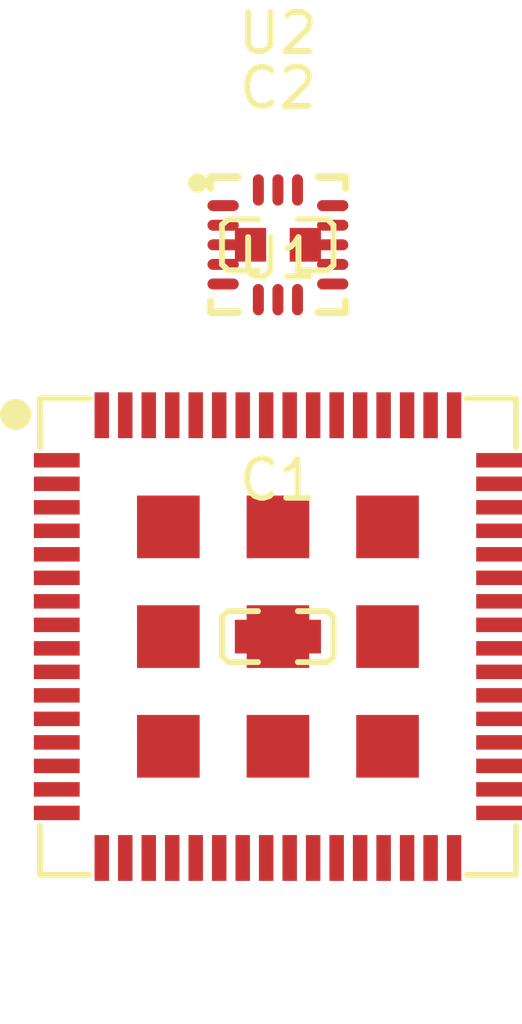
<source format=kicad_pcb>
(kicad_pcb (version 20241229) (generator "atopile") (generator_version "0.12.4")
  (layers (0 "F.Cu" signal) (31 "B.Cu" signal) (34 "B.Paste" user) (35 "F.Paste" user) (36 "B.SilkS" user "B.Silkscreen") (37 "F.SilkS" user "F.Silkscreen") (38 "B.Mask" user) (39 "F.Mask" user) (44 "Edge.Cuts" user))
  (net 0 "")
  (net 1 "PC4")
  (net 2 "PB9")
  (net 4 "PA5")
  (net 7 "INT2")
  (net 8 "PA3_UART2_RX")
  (net 9 "PB8")
  (net 10 "PA14")
  (net 11 "PC13")
  (net 12 "SDO_SA0")
  (net 13 "ADC3")
  (net 14 "blah-net-5")
  (net 15 "PA2_UART2_TX")
  (net 16 "INT1")
  (net 17 "VLXSMPS")
  (net 18 "PC6")
  (net 20 "PC3")
  (net 21 "PA4")
  (net 22 "PA13")
  (net 23 "PB4")
  (net 24 "VDDMPS")
  (net 26 "VBAT")
  (net 27 "ADC2")
  (net 28 "VREFpos")
  (net 29 "PC0")
  (net 31 "blah-net-4")
  (net 32 "PB3")
  (net 33 "CS")
  (net 34 "VFBSMPS")
  (net 35 "RES")
  (net 36 "PB5")
  (net 37 "PC5")
  (net 38 "PC1")
  (net 39 "ADC1")
  (net 40 "PB15")
  (net 5 "PA12")
  (net 6 "i2c_sda")
  (net 41 "PA9")
  (net 42 "PA6")
  (net 43 "blah-net-1")
  (net 44 "PB13")
  (net 45 "BOOT0")
  (net 46 "PA10")
  (net 47 "gnd")
  (net 48 "blah-net-3")
  (net 49 "blah-net-2")
  (net 50 "PB1")
  (net 51 "PA8")
  (net 52 "PA7")
  (net 53 "PB7_UART1_RX")
  (net 54 "PB10")
  (net 55 "PB14")
  (net 56 "i2c_scl")
  (net 57 "NRST")
  (net 58 "PB12")
  (net 59 "PA11")
  (net 60 "PB11")
  (net 61 "PB2")
  (net 62 "vcc")
  (net 63 "RF_OUT")
  (net 64 "PC2")
  (net 65 "blah-net-0")
  (footprint "FH_CBG160808U820T:L0603" (layer "F.Cu") (at 0 0 0)
    (property "Reference" "C1" (at 0 -4 0) (layer "F.SilkS") (hide no))
    (property "Value" "")
    (fp_line (start -1.27 0.65) (end -1.43 0.5) (stroke (width 0.15)) (layer "F.SilkS"))
    (fp_line (start -1.43 0.5) (end -1.43 -0.51) (stroke (width 0.15)) (layer "F.SilkS"))
    (fp_line (start -1.43 -0.51) (end -1.27 -0.65) (stroke (width 0.15)) (layer "F.SilkS"))
    (fp_line (start 1.27 -0.65) (end 1.42 -0.5) (stroke (width 0.15)) (layer "F.SilkS"))
    (fp_line (start 1.42 -0.5) (end 1.42 0.52) (stroke (width 0.15)) (layer "F.SilkS"))
    (fp_line (start 1.42 0.52) (end 1.27 0.65) (stroke (width 0.15)) (layer "F.SilkS"))
    (fp_line (start -1.28 -0.65) (end -0.51 -0.65) (stroke (width 0.15)) (layer "F.SilkS"))
    (fp_line (start 1.27 0.65) (end 0.51 0.65) (stroke (width 0.15)) (layer "F.SilkS"))
    (fp_line (start -1.28 0.65) (end -0.51 0.65) (stroke (width 0.15)) (layer "F.SilkS"))
    (fp_line (start 1.27 -0.65) (end 0.51 -0.65) (stroke (width 0.15)) (layer "F.SilkS"))
    (fp_text user "${REFERENCE}" (at 0 -4 0) (layer "F.SilkS"))
    (pad "1" smd rect (at -0.7 0 180) (size 0.8 0.86) (layers "F.Cu" "F.Paste" "F.Mask") (net 62 "vcc"))
    (pad "2" smd rect (at 0.7 0 180) (size 0.8 0.86) (layers "F.Cu" "F.Paste" "F.Mask") (net 47 "gnd"))
  )
  (footprint "FH_CBG160808U820T:L0603" (layer "F.Cu") (at 0 -10 0)
    (property "Reference" "C2" (at 0 -4 0) (layer "F.SilkS") (hide no))
    (property "Value" "")
    (fp_line (start -1.27 0.65) (end -1.43 0.5) (stroke (width 0.15)) (layer "F.SilkS"))
    (fp_line (start -1.43 0.5) (end -1.43 -0.51) (stroke (width 0.15)) (layer "F.SilkS"))
    (fp_line (start -1.43 -0.51) (end -1.27 -0.65) (stroke (width 0.15)) (layer "F.SilkS"))
    (fp_line (start 1.27 -0.65) (end 1.42 -0.5) (stroke (width 0.15)) (layer "F.SilkS"))
    (fp_line (start 1.42 -0.5) (end 1.42 0.52) (stroke (width 0.15)) (layer "F.SilkS"))
    (fp_line (start 1.42 0.52) (end 1.27 0.65) (stroke (width 0.15)) (layer "F.SilkS"))
    (fp_line (start -1.28 -0.65) (end -0.51 -0.65) (stroke (width 0.15)) (layer "F.SilkS"))
    (fp_line (start 1.27 0.65) (end 0.51 0.65) (stroke (width 0.15)) (layer "F.SilkS"))
    (fp_line (start -1.28 0.65) (end -0.51 0.65) (stroke (width 0.15)) (layer "F.SilkS"))
    (fp_line (start 1.27 -0.65) (end 0.51 -0.65) (stroke (width 0.15)) (layer "F.SilkS"))
    (fp_text user "${REFERENCE}" (at 0 -4 0) (layer "F.SilkS"))
    (pad "1" smd rect (at -0.7 0 180) (size 0.8 0.86) (layers "F.Cu" "F.Paste" "F.Mask") (net 62 "vcc"))
    (pad "2" smd rect (at 0.7 0 180) (size 0.8 0.86) (layers "F.Cu" "F.Paste" "F.Mask") (net 47 "gnd"))
  )
  (footprint "RAKwireless_RAK3172_SIP_8_SM_NI:LGA-73_L12.0-W12.0-P0.60-TL" (layer "F.Cu") (at 0 0 0)
    (property "Reference" "U1" (at 0 -9.65 0) (layer "F.SilkS") (hide no))
    (property "Value" "")
    (fp_line (start -6.08 -4.82) (end -6.08 -6.08) (stroke (width 0.15)) (layer "F.SilkS"))
    (fp_line (start -6.08 -6.08) (end -4.82 -6.08) (stroke (width 0.15)) (layer "F.SilkS"))
    (fp_line (start 6.08 -4.82) (end 6.08 -6.08) (stroke (width 0.15)) (layer "F.SilkS"))
    (fp_line (start 6.08 -6.08) (end 4.82 -6.08) (stroke (width 0.15)) (layer "F.SilkS"))
    (fp_line (start 6.08 4.82) (end 6.08 6.08) (stroke (width 0.15)) (layer "F.SilkS"))
    (fp_line (start 6.08 6.08) (end 4.82 6.08) (stroke (width 0.15)) (layer "F.SilkS"))
    (fp_line (start -6.08 4.82) (end -6.08 6.08) (stroke (width 0.15)) (layer "F.SilkS"))
    (fp_line (start -6.08 6.08) (end -4.82 6.08) (stroke (width 0.15)) (layer "F.SilkS"))
    (fp_circle (center -6.7 -5.67) (end -6.5 -5.67) (stroke (width 0.4)) (fill no) (layer "F.SilkS"))
    (fp_text user "${REFERENCE}" (at 0 -9.65 0) (layer "F.SilkS"))
    (pad "1" smd rect (at -5.65 -4.5 0) (size 1.17 0.37) (layers "F.Cu" "F.Paste" "F.Mask") (net 22 "PA13"))
    (pad "2" smd rect (at -5.65 -3.9 0) (size 1.17 0.37) (layers "F.Cu" "F.Paste" "F.Mask") (net 10 "PA14"))
    (pad "3" smd rect (at -5.65 -3.3 0) (size 1.17 0.37) (layers "F.Cu" "F.Paste" "F.Mask") (net 62 "vcc"))
    (pad "4" smd rect (at -5.65 -2.7 0) (size 1.17 0.37) (layers "F.Cu" "F.Paste" "F.Mask") (net 26 "VBAT"))
    (pad "5" smd rect (at -5.65 -2.1 0) (size 1.17 0.37) (layers "F.Cu" "F.Paste" "F.Mask") (net 11 "PC13"))
    (pad "6" smd rect (at -5.65 -1.5 0) (size 1.17 0.37) (layers "F.Cu" "F.Paste" "F.Mask") (net 28 "VREFpos"))
    (pad "7" smd rect (at -5.65 -0.9 0) (size 1.17 0.37) (layers "F.Cu" "F.Paste" "F.Mask") (net 62 "vcc"))
    (pad "8" smd rect (at -5.65 -0.3 0) (size 1.17 0.37) (layers "F.Cu" "F.Paste" "F.Mask") (net 56 "i2c_scl"))
    (pad "9" smd rect (at -5.65 0.3 0) (size 1.17 0.37) (layers "F.Cu" "F.Paste" "F.Mask") (net 40 "PB15"))
    (pad "10" smd rect (at -5.65 0.9 0) (size 1.17 0.37) (layers "F.Cu" "F.Paste" "F.Mask") (net 34 "VFBSMPS"))
    (pad "11" smd rect (at -5.65 1.5 0) (size 1.17 0.37) (layers "F.Cu" "F.Paste" "F.Mask") (net 24 "VDDMPS"))
    (pad "12" smd rect (at -5.65 2.1 0) (size 1.17 0.37) (layers "F.Cu" "F.Paste" "F.Mask") (net 47 "gnd"))
    (pad "13" smd rect (at -5.65 2.7 0) (size 1.17 0.37) (layers "F.Cu" "F.Paste" "F.Mask") (net 17 "VLXSMPS"))
    (pad "14" smd rect (at -5.65 3.3 0) (size 1.17 0.37) (layers "F.Cu" "F.Paste" "F.Mask") (net 32 "PB3"))
    (pad "15" smd rect (at -5.65 3.9 0) (size 1.17 0.37) (layers "F.Cu" "F.Paste" "F.Mask") (net 23 "PB4"))
    (pad "16" smd rect (at -5.65 4.5 0) (size 1.17 0.37) (layers "F.Cu" "F.Paste" "F.Mask") (net 36 "PB5"))
    (pad "17" smd rect (at -4.5 5.65 0) (size 0.37 1.17) (layers "F.Cu" "F.Paste" "F.Mask") (net 6 "i2c_sda"))
    (pad "18" smd rect (at -3.9 5.65 0) (size 0.37 1.17) (layers "F.Cu" "F.Paste" "F.Mask") (net 53 "PB7_UART1_RX"))
    (pad "19" smd rect (at -3.3 5.65 0) (size 0.37 1.17) (layers "F.Cu" "F.Paste" "F.Mask") (net 9 "PB8"))
    (pad "20" smd rect (at -2.7 5.65 0) (size 0.37 1.17) (layers "F.Cu" "F.Paste" "F.Mask") (net 2 "PB9"))
    (pad "21" smd rect (at -2.1 5.65 0) (size 0.37 1.17) (layers "F.Cu" "F.Paste" "F.Mask") (net 29 "PC0"))
    (pad "22" smd rect (at -1.5 5.65 0) (size 0.37 1.17) (layers "F.Cu" "F.Paste" "F.Mask") (net 38 "PC1"))
    (pad "23" smd rect (at -0.9 5.65 0) (size 0.37 1.17) (layers "F.Cu" "F.Paste" "F.Mask") (net 64 "PC2"))
    (pad "24" smd rect (at -0.3 5.65 0) (size 0.37 1.17) (layers "F.Cu" "F.Paste" "F.Mask") (net 20 "PC3"))
    (pad "25" smd rect (at 0.3 5.65 0) (size 0.37 1.17) (layers "F.Cu" "F.Paste" "F.Mask") (net 1 "PC4"))
    (pad "26" smd rect (at 0.9 5.65 0) (size 0.37 1.17) (layers "F.Cu" "F.Paste" "F.Mask") (net 37 "PC5"))
    (pad "27" smd rect (at 1.5 5.65 0) (size 0.37 1.17) (layers "F.Cu" "F.Paste" "F.Mask") (net 18 "PC6"))
    (pad "28" smd rect (at 2.1 5.65 0) (size 0.37 1.17) (layers "F.Cu" "F.Paste" "F.Mask") (net 47 "gnd"))
    (pad "29" smd rect (at 2.7 5.65 0) (size 0.37 1.17) (layers "F.Cu" "F.Paste" "F.Mask") (net 15 "PA2_UART2_TX"))
    (pad "30" smd rect (at 3.3 5.65 0) (size 0.37 1.17) (layers "F.Cu" "F.Paste" "F.Mask") (net 8 "PA3_UART2_RX"))
    (pad "31" smd rect (at 3.9 5.65 0) (size 0.37 1.17) (layers "F.Cu" "F.Paste" "F.Mask") (net 21 "PA4"))
    (pad "32" smd rect (at 4.5 5.65 0) (size 0.37 1.17) (layers "F.Cu" "F.Paste" "F.Mask") (net 4 "PA5"))
    (pad "33" smd rect (at 5.65 4.5 0) (size 1.17 0.37) (layers "F.Cu" "F.Paste" "F.Mask") (net 42 "PA6"))
    (pad "34" smd rect (at 5.65 3.9 0) (size 1.17 0.37) (layers "F.Cu" "F.Paste" "F.Mask") (net 52 "PA7"))
    (pad "35" smd rect (at 5.65 3.3 0) (size 1.17 0.37) (layers "F.Cu" "F.Paste" "F.Mask") (net 47 "gnd"))
    (pad "36" smd rect (at 5.65 2.7 0) (size 1.17 0.37) (layers "F.Cu" "F.Paste" "F.Mask") (net 47 "gnd"))
    (pad "37" smd rect (at 5.65 2.1 0) (size 1.17 0.37) (layers "F.Cu" "F.Paste" "F.Mask") (net 63 "RF_OUT"))
    (pad "38" smd rect (at 5.65 1.5 0) (size 1.17 0.37) (layers "F.Cu" "F.Paste" "F.Mask") (net 47 "gnd"))
    (pad "39" smd rect (at 5.65 0.9 0) (size 1.17 0.37) (layers "F.Cu" "F.Paste" "F.Mask") (net 47 "gnd"))
    (pad "40" smd rect (at 5.65 0.3 0) (size 1.17 0.37) (layers "F.Cu" "F.Paste" "F.Mask") (net 65 "blah-net-0"))
    (pad "41" smd rect (at 5.65 -0.3 0) (size 1.17 0.37) (layers "F.Cu" "F.Paste" "F.Mask") (net 43 "blah-net-1"))
    (pad "42" smd rect (at 5.65 -0.9 0) (size 1.17 0.37) (layers "F.Cu" "F.Paste" "F.Mask") (net 49 "blah-net-2"))
    (pad "43" smd rect (at 5.65 -1.5 0) (size 1.17 0.37) (layers "F.Cu" "F.Paste" "F.Mask") (net 45 "BOOT0"))
    (pad "44" smd rect (at 5.65 -2.1 0) (size 1.17 0.37) (layers "F.Cu" "F.Paste" "F.Mask") (net 57 "NRST"))
    (pad "45" smd rect (at 5.65 -2.7 0) (size 1.17 0.37) (layers "F.Cu" "F.Paste" "F.Mask") (net 48 "blah-net-3"))
    (pad "46" smd rect (at 5.65 -3.3 0) (size 1.17 0.37) (layers "F.Cu" "F.Paste" "F.Mask") (net 47 "gnd"))
    (pad "47" smd rect (at 5.65 -3.9 0) (size 1.17 0.37) (layers "F.Cu" "F.Paste" "F.Mask") (net 47 "gnd"))
    (pad "48" smd rect (at 5.65 -4.5 0) (size 1.17 0.37) (layers "F.Cu" "F.Paste" "F.Mask") (net 60 "PB11"))
    (pad "49" smd rect (at 4.5 -5.65 0) (size 0.37 1.17) (layers "F.Cu" "F.Paste" "F.Mask") (net 54 "PB10"))
    (pad "50" smd rect (at 3.9 -5.65 0) (size 0.37 1.17) (layers "F.Cu" "F.Paste" "F.Mask") (net 41 "PA9"))
    (pad "51" smd rect (at 3.3 -5.65 0) (size 0.37 1.17) (layers "F.Cu" "F.Paste" "F.Mask") (net 51 "PA8"))
    (pad "52" smd rect (at 2.7 -5.65 0) (size 0.37 1.17) (layers "F.Cu" "F.Paste" "F.Mask") (net 47 "gnd"))
    (pad "53" smd rect (at 2.1 -5.65 0) (size 0.37 1.17) (layers "F.Cu" "F.Paste" "F.Mask") (net 62 "vcc"))
    (pad "54" smd rect (at 1.5 -5.65 0) (size 0.37 1.17) (layers "F.Cu" "F.Paste" "F.Mask") (net 62 "vcc"))
    (pad "55" smd rect (at 0.9 -5.65 0) (size 0.37 1.17) (layers "F.Cu" "F.Paste" "F.Mask") (net 62 "vcc"))
    (pad "56" smd rect (at 0.3 -5.65 0) (size 0.37 1.17) (layers "F.Cu" "F.Paste" "F.Mask") (net 47 "gnd"))
    (pad "57" smd rect (at -0.3 -5.65 0) (size 0.37 1.17) (layers "F.Cu" "F.Paste" "F.Mask") (net 50 "PB1"))
    (pad "58" smd rect (at -0.9 -5.65 0) (size 0.37 1.17) (layers "F.Cu" "F.Paste" "F.Mask") (net 61 "PB2"))
    (pad "59" smd rect (at -1.5 -5.65 0) (size 0.37 1.17) (layers "F.Cu" "F.Paste" "F.Mask") (net 58 "PB12"))
    (pad "60" smd rect (at -2.1 -5.65 0) (size 0.37 1.17) (layers "F.Cu" "F.Paste" "F.Mask") (net 44 "PB13"))
    (pad "61" smd rect (at -2.7 -5.65 0) (size 0.37 1.17) (layers "F.Cu" "F.Paste" "F.Mask") (net 55 "PB14"))
    (pad "62" smd rect (at -3.3 -5.65 0) (size 0.37 1.17) (layers "F.Cu" "F.Paste" "F.Mask") (net 46 "PA10"))
    (pad "63" smd rect (at -3.9 -5.65 0) (size 0.37 1.17) (layers "F.Cu" "F.Paste" "F.Mask") (net 59 "PA11"))
    (pad "64" smd rect (at -4.5 -5.65 0) (size 0.37 1.17) (layers "F.Cu" "F.Paste" "F.Mask") (net 5 "PA12"))
    (pad "65" smd rect (at -2.8 -2.8 0) (size 1.6 1.6) (layers "F.Cu" "F.Paste" "F.Mask") (net 47 "gnd"))
    (pad "66" smd rect (at 0 -2.8 0) (size 1.6 1.6) (layers "F.Cu" "F.Paste" "F.Mask") (net 47 "gnd"))
    (pad "67" smd rect (at 2.8 -2.8 0) (size 1.6 1.6) (layers "F.Cu" "F.Paste" "F.Mask") (net 47 "gnd"))
    (pad "68" smd rect (at -2.8 0 0) (size 1.6 1.6) (layers "F.Cu" "F.Paste" "F.Mask") (net 47 "gnd"))
    (pad "69" smd rect (at 0 0 0) (size 1.6 1.6) (layers "F.Cu" "F.Paste" "F.Mask") (net 47 "gnd"))
    (pad "70" smd rect (at 2.8 0 0) (size 1.6 1.6) (layers "F.Cu" "F.Paste" "F.Mask") (net 47 "gnd"))
    (pad "71" smd rect (at -2.8 2.8 0) (size 1.6 1.6) (layers "F.Cu" "F.Paste" "F.Mask") (net 47 "gnd"))
    (pad "72" smd rect (at 0 2.8 0) (size 1.6 1.6) (layers "F.Cu" "F.Paste" "F.Mask") (net 47 "gnd"))
    (pad "73" smd rect (at 2.8 2.8 0) (size 1.6 1.6) (layers "F.Cu" "F.Paste" "F.Mask") (net 47 "gnd"))
  )
  (footprint "STMicroelectronics_LIS3DHTR:LGA-16_L3.0-W3.0-P0.50-TL" (layer "F.Cu") (at 0 -10 0)
    (property "Reference" "U2" (at 0 -5.4 0) (layer "F.SilkS") (hide no))
    (property "Value" "")
    (fp_line (start -1.72 -1.45) (end -1.72 -1.73) (stroke (width 0.2)) (layer "F.SilkS"))
    (fp_line (start -1.72 -1.73) (end -1.02 -1.73) (stroke (width 0.2)) (layer "F.SilkS"))
    (fp_line (start 1.03 -1.73) (end 1.73 -1.73) (stroke (width 0.2)) (layer "F.SilkS"))
    (fp_line (start 1.73 -1.73) (end 1.73 -1.45) (stroke (width 0.2)) (layer "F.SilkS"))
    (fp_line (start -1.72 1.45) (end -1.72 1.72) (stroke (width 0.2)) (layer "F.SilkS"))
    (fp_line (start -1.72 1.72) (end -1.02 1.72) (stroke (width 0.2)) (layer "F.SilkS"))
    (fp_line (start 1.03 1.72) (end 1.73 1.72) (stroke (width 0.2)) (layer "F.SilkS"))
    (fp_line (start 1.73 1.72) (end 1.73 1.45) (stroke (width 0.2)) (layer "F.SilkS"))
    (fp_arc (start -2.05 -1.58) (mid -2.05 -1.58) (end -2.05 -1.58) (stroke (width 0.25)) (layer "F.SilkS"))
    (fp_text user "${REFERENCE}" (at 0 -5.4 0) (layer "F.SilkS"))
    (pad "1" smd oval (at -1.4 -1 0) (size 0.8 0.28) (layers "F.Cu" "F.Paste" "F.Mask") (net 62 "vcc"))
    (pad "2" smd oval (at -1.4 -0.5 0) (size 0.8 0.28) (layers "F.Cu" "F.Paste" "F.Mask") (net 31 "blah-net-4"))
    (pad "3" smd oval (at -1.4 0 0) (size 0.8 0.28) (layers "F.Cu" "F.Paste" "F.Mask") (net 14 "blah-net-5"))
    (pad "4" smd oval (at -1.4 0.5 0) (size 0.8 0.28) (layers "F.Cu" "F.Paste" "F.Mask") (net 56 "i2c_scl"))
    (pad "5" smd oval (at -1.4 1 0) (size 0.8 0.28) (layers "F.Cu" "F.Paste" "F.Mask") (net 47 "gnd"))
    (pad "6" smd oval (at -0.5 1.4 0) (size 0.28 0.8) (layers "F.Cu" "F.Paste" "F.Mask") (net 6 "i2c_sda"))
    (pad "7" smd oval (at 0 1.4 0) (size 0.28 0.8) (layers "F.Cu" "F.Paste" "F.Mask") (net 12 "SDO_SA0"))
    (pad "8" smd oval (at 0.5 1.4 0) (size 0.28 0.8) (layers "F.Cu" "F.Paste" "F.Mask") (net 33 "CS"))
    (pad "9" smd oval (at 1.4 1 0) (size 0.8 0.28) (layers "F.Cu" "F.Paste" "F.Mask") (net 7 "INT2"))
    (pad "10" smd oval (at 1.4 0.5 0) (size 0.8 0.28) (layers "F.Cu" "F.Paste" "F.Mask") (net 35 "RES"))
    (pad "11" smd oval (at 1.4 0 0) (size 0.8 0.28) (layers "F.Cu" "F.Paste" "F.Mask") (net 16 "INT1"))
    (pad "12" smd oval (at 1.4 -0.5 0) (size 0.8 0.28) (layers "F.Cu" "F.Paste" "F.Mask") (net 47 "gnd"))
    (pad "13" smd oval (at 1.4 -1 0) (size 0.8 0.28) (layers "F.Cu" "F.Paste" "F.Mask") (net 13 "ADC3"))
    (pad "14" smd oval (at 0.5 -1.4 0) (size 0.28 0.8) (layers "F.Cu" "F.Paste" "F.Mask") (net 62 "vcc"))
    (pad "15" smd oval (at 0 -1.4 0) (size 0.28 0.8) (layers "F.Cu" "F.Paste" "F.Mask") (net 27 "ADC2"))
    (pad "16" smd oval (at -0.5 -1.4 0) (size 0.28 0.8) (layers "F.Cu" "F.Paste" "F.Mask") (net 39 "ADC1"))
  )
)
</source>
